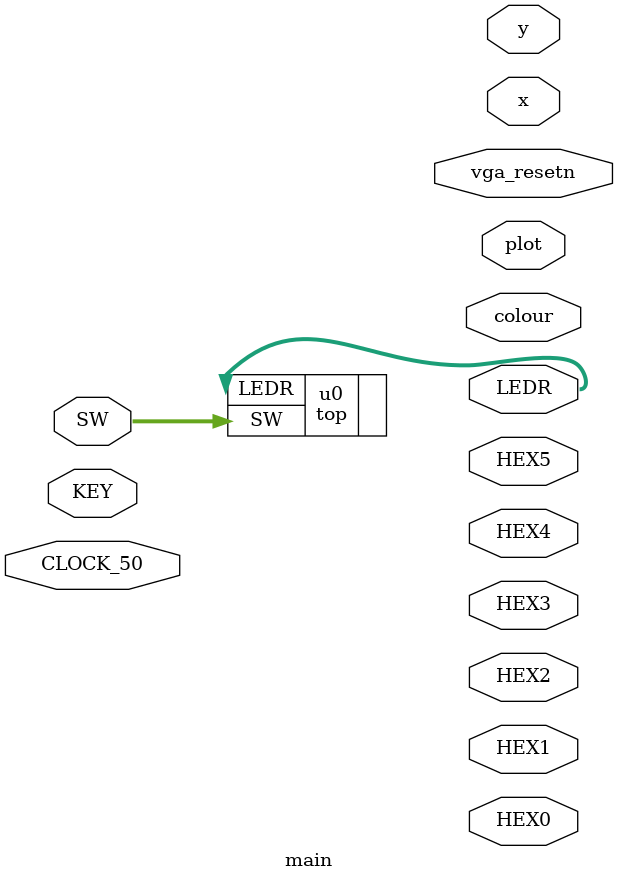
<source format=v>
`timescale 1ns / 1ps
`default_nettype none

module main	(
	input wire CLOCK_50,            //On Board 50 MHz
	input wire [9:0] SW,            // On board Switches
	input wire [3:0] KEY,           // On board push buttons
	output wire [6:0] HEX0,         // HEX displays
	output wire [6:0] HEX1,         
	output wire [6:0] HEX2,         
	output wire [6:0] HEX3,         
	output wire [6:0] HEX4,         
	output wire [6:0] HEX5,         
	output wire [9:0] LEDR,         // LEDs
	output wire [7:0] x,            // VGA pixel coordinates
	output wire [6:0] y,
	output wire [2:0] colour,       // VGA pixel colour (0-7)
	output wire plot,               // Pixel drawn when this is pulsed
	output wire vga_resetn          // VGA resets to black when this is pulsed (NOT CURRENTLY AVAILABLE)
);    

	top u0(
		.LEDR(LEDR), 
		.SW(SW)
	);
	
endmodule
</source>
